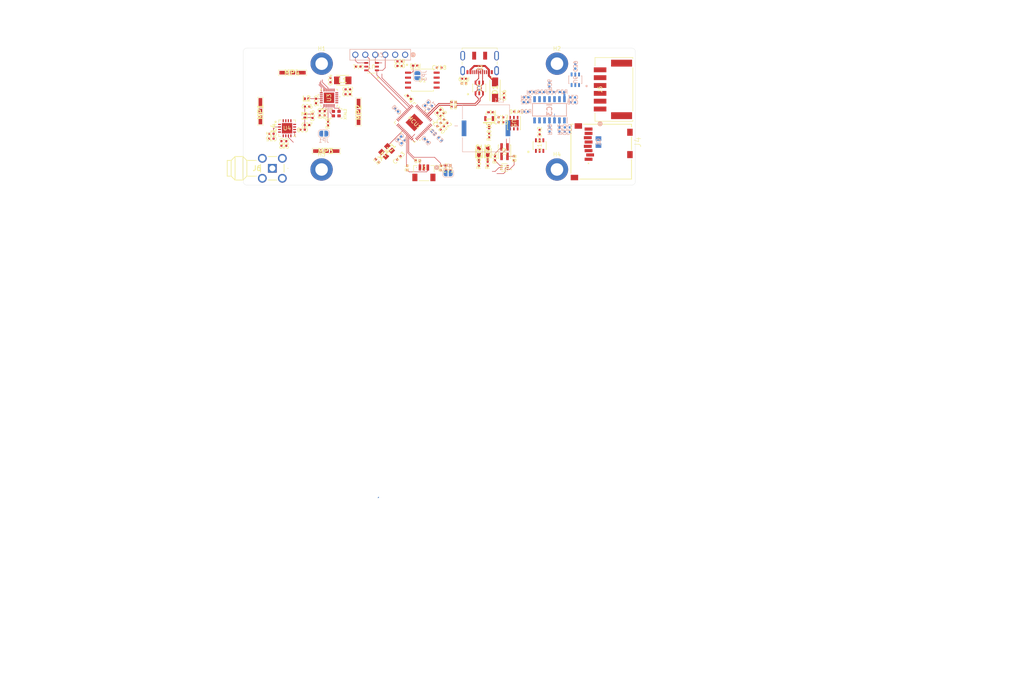
<source format=kicad_pcb>
(kicad_pcb (version 20241229) (generator "pcbnew") (generator_version "9.0")
  (layers (0 "F.Cu" signal) (4 "In1.Cu" power) (6 "In2.Cu" power) (2 "B.Cu" signal) (13 "F.Paste" user) (15 "B.Paste" user) (5 "F.SilkS" user "F.Silkscreen") (7 "B.SilkS" user "B.Silkscreen") (1 "F.Mask" user) (3 "B.Mask" user) (25 "Edge.Cuts" user))
  (net 0 "")
  (net 1 "GND")
  (net 2 "Net-(U3-DCC_FB)")
  (net 3 "Net-(U3-VR_PA)")
  (net 4 "+5V")
  (net 5 "+3.3V")
  (net 6 "Net-(U3-RFIO)")
  (net 7 "Net-(CR2-Pad1)")
  (net 8 "Net-(CR3-Pad1)")
  (net 9 "/Status1 Red")
  (net 10 "/RP2040/MCU QSPI_SS")
  (net 11 "/RP2040/MCU QSPI_SD0")
  (net 12 "/RP2040/MCU QSPI_SD3")
  (net 13 "/RP2040/MCU QSPI_SD1")
  (net 14 "/RP2040/MCU QSPI_SD2")
  (net 15 "/RP2040/MCU QSPI_SCLK")
  (net 16 "Net-(J1-Pad1)")
  (net 17 "Net-(J1-Pad3)")
  (net 18 "/OBC UART RTS")
  (net 19 "/OBC UART RX")
  (net 20 "/OBC UART CTS")
  (net 21 "/OBC UART TX")
  (net 22 "/NRF21540 SPI ~{CS}")
  (net 23 "/Status1 Green")
  (net 24 "Net-(C34-Pad1)")
  (net 25 "/RP2040/USB_DP")
  (net 27 "Net-(U3-DCC_SW)")
  (net 28 "/NRF21540 RX_EN")
  (net 29 "/NRF21540 ~{PDN}")
  (net 30 "/NRF21540 TX_EN")
  (net 31 "/SX1280 ~{RST}")
  (net 32 "/SX1280 SPI ~{CS}")
  (net 33 "VBUS")
  (net 35 "/SX1280 DIO3")
  (net 36 "Net-(IC2-E1)")
  (net 37 "/SX1280 DIO2")
  (net 38 "Net-(IC2-E2)")
  (net 39 "/NRF21540 MODE")
  (net 40 "/SX1280 DIO1")
  (net 41 "/SX1280 BUSY")
  (net 42 "/Temp_Sense")
  (net 43 "Net-(U9-A_Green)")
  (net 44 "/SD-Card SPI MISO")
  (net 45 "Net-(IC1-B)")
  (net 46 "Net-(U4-TRX)")
  (net 47 "/RADIO SPI SCK")
  (net 48 "Net-(U4-ANT1)")
  (net 50 "Net-(IC1-C)")
  (net 51 "Net-(U9-A_Red)")
  (net 53 "Net-(XTAL1-TRI-STATE(STBY))")
  (net 54 "/SX1280 XTB")
  (net 55 "/SX1280 XTA")
  (net 56 "/RS_RX")
  (net 57 "Net-(C25-Pad1)")
  (net 58 "Net-(C26-Pad1)")
  (net 59 "Net-(MCU1-RUN)")
  (net 60 "Net-(MCU1-VREG_VOUT)")
  (net 65 "Net-(J3-CC1)")
  (net 68 "Net-(J3-CC2)")
  (net 72 "Net-(MCU1-SWD)")
  (net 73 "Net-(MCU1-SWCLK)")
  (net 74 "/RP2040/~{RST}")
  (net 75 "/RADIO SPI MISO")
  (net 76 "/RP2040/~{USB_BOOT}")
  (net 77 "/SD-Card SPI MOSI")
  (net 78 "/RADIO SPI MOSI")
  (net 79 "/SD-Card SPI ~{CS}")
  (net 80 "/SD-Card SPI SCK")
  (net 81 "/RS_TX")
  (net 82 "Net-(JP1-B)")
  (net 86 "/RP2040/Crystal")
  (net 87 "/RP2040/USB_DN")
  (net 88 "/RP2040/USB_D+")
  (net 89 "/RP2040/USB_D-")
  (net 90 "Net-(IC3-DE)")
  (net 93 "Net-(IC3-SLR)")
  (net 94 "/Pyro Main Chute")
  (net 95 "/Pyro Drogue")
  (net 96 "/Buzzer")
  (net 97 "/RS-TX_DP")
  (net 98 "/RS-RX_DP")
  (net 99 "/RS-TX_DN")
  (net 100 "/RS-RX_DN")
  (footprint "Resistor-0402:RES_0402" (layer "F.Cu") (at 103.2333 54.259349 90)
    (property "Reference" "R16")
    (property "Value" "1k")
  )
  (footprint "Capacitor-0402:Capacitor_0402" (layer "F.Cu") (at 92.6 59.348501 -90)
    (property "Reference" "C32")
    (property "Value" "100n")
  )
  (footprint "5023520600:CONN06_502352_MOL" (layer "F.Cu") (at 176.146395 45.5666 90)
    (property "Reference" "J5")
    (property "Value" "5023520600")
  )
  (footprint "IP4220CZ6:SOT457_NEX" (layer "F.Cu") (at 114.341787 39.750001 180)
    (property "Reference" "U7")
    (property "Value" "IP4220CZ6")
  )
  (footprint "Resistor-0402:RES_0402" (layer "F.Cu") (at 144.726495 51.4 180)
    (property "Reference" "R17")
    (property "Value" "1k")
  )
  (footprint "Inductor-0201:Inductor_0201" (layer "F.Cu") (at 89.4 55.355 -90)
    (property "Reference" "L4")
    (property "Value" "1.9nH" (hide yes))
  )
  (footprint "Resistor-0402:RES_0402" (layer "F.Cu") (at 145.796439 63.147201 90)
    (property "Reference" "R15")
    (property "Value" "100")
  )
  (footprint "Capacitor-0402:Capacitor_0402" (layer "F.Cu") (at 110.954994 39.75 180)
    (property "Reference" "C41")
    (property "Value" "100nF")
  )
  (footprint "S0991-46R:S099146R" (layer "F.Cu") (at 102.8 61.3)
    (property "Reference" "MP3")
    (property "Value" "S0991-46R" (hide yes))
  )
  (footprint "Capacitor-0402:Capacitor_0402" (layer "F.Cu") (at 99.298999 52.280025 90)
    (property "Reference" "C26")
    (property "Value" "0.5pF")
  )
  (footprint "AS12MHz:ASE24576MHZLCT" (layer "F.Cu") (at 118.182028 61.373757 45)
    (property "Reference" "XTAL1")
    (property "Value" "ASE-12.000MHZ-LC-T" (hide yes))
  )
  (footprint "MountingHole:MountingHole_3.2mm_M3_ISO7380_Pad_TopBottom" (layer "F.Cu") (at 161.626495 66)
    (property "Reference" "H4")
    (property "Value" "MountingHole")
  )
  (footprint "Capacitor-0402:Capacitor_0402" (layer "F.Cu") (at 96.746299 55.85 180)
    (property "Reference" "C28")
    (property "Value" "1p")
  )
  (footprint "MountingHole:MountingHole_3.2mm_M3_ISO7380_Pad_TopBottom" (layer "F.Cu") (at 101.626495 39)
    (property "Reference" "H1")
    (property "Value" "MountingHole")
  )
  (footprint "Capacitor-0402:Capacitor_0402" (layer "F.Cu") (at 131.589236 39.999999)
    (property "Reference" "CV18")
    (property "Value" "100nF")
  )
  (footprint "Resistor-0402:RES_0402" (layer "F.Cu") (at 115.809542 63.761514 135)
    (property "Reference" "R7")
    (property "Value" "10k")
  )
  (footprint "Capacitor-0402:Capacitor_0402" (layer "F.Cu") (at 103.8661 43.1661 90)
    (property "Reference" "C24")
    (property "Value" "100nF")
  )
  (footprint "SWD_Con:CONN_BM03B-SRSS-TBLFSN_JST" (layer "F.Cu") (at 127.689237 66.9284)
    (property "Reference" "J1")
    (property "Value" "BM03B-SRSS-TBLFSN")
  )
  (footprint "Resistor-0402:RES_0402" (layer "F.Cu") (at 143.945639 64.552799 90)
    (property "Reference" "R11")
    (property "Value" "150")
  )
  (footprint "Resistor-0402:RES_0402" (layer "F.Cu") (at 144.326495 57.3 90)
    (property "Reference" "R18")
    (property "Value" "1k")
  )
  (footprint "Capacitor-0402:Capacitor_0402" (layer "F.Cu") (at 147.337244 52.674199)
    (property "Reference" "CV17")
    (property "Value" "1uF")
  )
  (footprint "Capacitor-0402:Capacitor_0402" (layer "F.Cu") (at 121.517737 39.6)
    (property "Reference" "C40")
    (property "Value" "4.7u")
  )
  (footprint "BJT NPN:SOT96P237X111-3N" (layer "F.Cu") (at 144.326495 54.05 -90)
    (property "Reference" "IC1")
    (property "Value" "BC846BLT1G" (hide yes))
  )
  (footprint "Capacitor-0402:Capacitor_0402" (layer "F.Cu") (at 131.541712 55.37709 -45)
    (property "Reference" "CV10")
    (property "Value" "100nF")
  )
  (footprint "Capacitor-0402:Capacitor_0402" (layer "F.Cu") (at 147.337241 53.944198)
    (property "Reference" "CV15")
    (property "Value" "4.7uF")
  )
  (footprint "Capacitor-0402:Capacitor_0402" (layer "F.Cu") (at 91.368101 59.3358 -90)
    (property "Reference" "C33")
    (property "Value" "100n")
  )
  (footprint "Capacitor-0402:Capacitor_0402" (layer "F.Cu") (at 88.792698 58.1442 180)
    (property "Reference" "C35")
    (property "Value" "0.3p")
  )
  (footprint "Capacitor-0402:Capacitor_0402" (layer "F.Cu") (at 108.2879 45.541)
    (property "Reference" "C22")
    (property "Value" "470nF")
  )
  (footprint "Resistor-0402:RES_0402" (layer "F.Cu") (at 133.889239 64.977797 180)
    (property "Reference" "R1")
    (property "Value" "1k")
  )
  (footprint "NOR Flash:SOIC_208MIL_WIN" (layer "F.Cu") (at 127.289237 43.2)
    (property "Reference" "U1")
    (property "Value" "W25Q128JVSIQ TR")
  )
  (footprint "Resistor-0402:RES_0402" (layer "F.Cu") (at 135.241135 48.806199 180)
    (property "Reference" "R2")
    (property "Value" "27")
  )
  (footprint "NX2016SA_52MHZ:OSCCC200X160X50N" (layer "F.Cu") (at 105.3299 51.74155 -90)
    (property "Reference" "XTAL2")
    (property "Value" "NX2016SA-52MHZ-EXS00A-CS07103")
  )
  (footprint "Resistor-0402:RES_0402" (layer "F.Cu") (at 131.989237 65.602799 90)
    (property "Reference" "R6")
    (property "Value" "1k")
  )
  (footprint "LED-Yellow_VLMY1300-GS08:LEDC1608X100N" (layer "F.Cu") (at 141.746439 61.4 90)
    (property "Reference" "CR2")
    (property "Value" "VLMY1300-GS08" (hide yes))
  )
  (footprint "VLMKG3400-GS08:SMT_00-GS08_VIS" (layer "F.Cu") (at 148.246438 61.4493 90)
    (property "Reference" "U9")
    (property "Value" "VLMKG3400-GS08")
  )
  (footprint "Capacitor-0402:Capacitor_0402" (layer "F.Cu") (at 88.792698 56.874201 180)
    (property "Reference" "C34")
    (property "Value" "0.9p")
  )
  (footprint "Inductor-0402:Inductor_0402" (layer "F.Cu") (at 97.777725 47.950701 180)
    (property "Reference" "L2")
    (property "Value" "3nH" (hide yes))
  )
  (footprint "LDO ST1L05A:DFN_5APU33R_STM" (layer "F.Cu") (at 150.639237 54.174199 -90)
    (property "Reference" "U5")
    (property "Value" "ST1L05APU33R")
  )
  (footprint "Resistor-0402:RES_0402" (layer "F.Cu") (at 135.246439 50 180)
    (property "Reference" "R3")
    (property "Value" "27")
  )
  (footprint "Capacitor-0402:Capacitor_0402" (layer "F.Cu") (at 97.871501 54.65)
    (property "Reference" "C27")
    (property "Value" "1.2pF")
  )
  (footprint "Capacitor-0402:Capacitor_0402" (layer "F.Cu") (at 101.13 51.6715 -90)
    (property "Reference" "C19")
    (property "Value" "10nF")
  )
  (footprint "Resistor-0402:RES_0402" (layer "F.Cu") (at 123.447337 65.6 90)
    (property "Reference" "R4")
    (property "Value" "100")
  )
  (footprint "MountingHole:MountingHole_3.2mm_M3_ISO7380_Pad_TopBottom" (layer "F.Cu") (at 161.626495 39)
    (property "Reference" "H2")
    (property "Value" "MountingHole")
  )
  (footprint "Capacitor-0402:Capacitor_0402" (layer "F.Cu") (at 132.385856 54.532946 -45)
    (property "Reference" "CV14")
    (property "Value" "100nF")
  )
  (footprint "RF FEM:QFN16_4X4_NOR" (layer "F.Cu") (at 92.8 55.474999)
    (property "Reference" "U4")
    (property "Value" "NRF21540-QDAA-R")
  )
  (footprint "USBC-DX07S016JA1:JAE_DX07S016JA1R1500" (layer "F.Cu") (at 141.907495 40.056 180)
    (property "Reference" "J3")
    (property "Value" "DX07S016JA1R1500")
    (fp_line (start 3.125 0.315) (end 2.875 0.315) (stroke (width 0.01)) (layer "Edge.Cuts"))
    (fp_line (start 2.875 -0.315) (end 3.125 -0.315) (stroke (width 0.01)) (layer "Edge.Cuts"))
    (fp_arc (start 3.44 0) (mid 3.347739 0.222739) (end 3.125 0.315) (stroke (width 0.01)) (layer "Edge.Cuts"))
    (fp_arc (start 3.125 -0.315) (mid 3.347739 -0.222739) (end 3.44 0) (stroke (width 0.01)) (layer "Edge.Cuts"))
    (fp_arc (start 2.875 0.315) (mid 2.652261 0.222739) (end 2.56 0) (stroke (width 0.01)) (layer "Edge.Cuts"))
    (fp_arc (start 2.56 0) (mid 2.652261 -0.222739) (end 2.875 -0.315) (stroke (width 0.01)) (layer "Edge.Cuts"))
  )
  (footprint "Capacitor-0402:Capacitor_0402" (layer "F.Cu") (at 133.889237 66.280796)
    (property "Reference" "CV1")
    (property "Value" "1uF")
  )
  (footprint "Side Angle SMA:SMARACONNECTOR" (layer "F.Cu") (at 89.046299 65.7)
    (property "Reference" "J6")
    (property "Value" "SMARA_CONNECTOR" (hide yes))
  )
  (footprint "Capacitor-0402:Capacitor_0402" (layer "F.Cu") (at 131.514064 51.146682 45)
    (property "Reference" "CV3")
    (property "Value" "1uF")
  )
  (footprint "Capacitor-0402:Capacitor_0402" (layer "F.Cu") (at 133.23 53.688802 -45)
    (property "Reference" "CV12")
    (property "Value" "100nF")
  )
  (footprint "Capacitor-0402:Capacitor_0402" (layer "F.Cu") (at 121.300722 63.056318 45)
    (property "Reference" "CV13")
    (property "Value" "1uF")
  )
  (footprint "2 PNP:SOT-563_1P3X1P7_ONS" (layer "F.Cu") (at 148.246439 65.5 180)
    (property "Reference" "IC2")
    (property "Value" "NSVT30010MXV6T1G")
  )
  (footprint "MountingHole:MountingHole_3.2mm_M3_ISO7380_Pad_TopBottom" (layer "F.Cu") (at 101.6 66)
    (property "Reference" "H3")
    (property "Value" "MountingHole")
  )
  (footprint "Capacitor-0402:Capacitor_0402" (layer "F.Cu") (at 121.517737 38.4)
    (property "Reference" "C29")
    (property "Value" "4.7u")
  )
  (footprint "S0991-46R:S099146R" (layer "F.Cu") (at 94.2 41.3)
    (property "Reference" "MP4")
    (property "Value" "S0991-46R" (hide yes))
  )
  (footprint "Capacitor-0402:Capacitor_0402" (layer "F.Cu") (at 97.914698 49.945)
    (property "Reference" "C25")
    (property "Value" "1.2pF")
  )
  (footprint "S0991-46R:S099146R" (layer "F.Cu") (at 111.0259 51.3 90)
    (property "Reference" "MP2")
    (property "Value" "S0991-46R" (hide yes))
  )
  (footprint "Inductor-0805:Inductor_0805" (layer "F.Cu") (at 106.9925 43.255 180)
    (property "Reference" "L1")
    (property "Value" "15uH" (hide yes))
  )
  (footprint "IP4220CZ6:SOT457_NEX" (layer "F.Cu") (at 157.2 59.9 90)
    (property "Reference" "U10")
    (property "Value" "IP4220CZ6")
  )
  (footprint "Capacitor-0402:Capacitor_0402" (layer "F.Cu") (at 108.2774 46.7856)
    (property "Reference" "C21")
    (property "Value" "100nF")
  )
  (footprint "Capacitor-0402:Capacitor_0402" (layer "F.Cu") (at 148.128301 47.084499 90)
    (property "Reference" "C36")
    (property "Value" "100n")
  )
  (footprint "Capacitor-0402:Capacitor_0402" (layer "F.Cu") (at 157.200001 56.471499 90)
    (property "Reference" "C42")
    (property "Value" "100nF")
  )
  (footprint "S0991-46R:S099146R" (layer "F.Cu") (at 86 51.125 90)
    (property "Reference" "MP1")
    (property "Value" "S0991-46R" (hide yes))
  )
  (footprint "SD-CARD_MEM2061-01-188-00-A:GCT_MEM2061-01-188-00-A_REVA" (layer "F.Cu") (at 172.901495 61.45 -90)
    (property "Reference" "J4")
    (property "Value" "MEM2061-01-188-00-A_REVA")
  )
  (footprint "Capacitor-0402:Capacitor_0402" (layer "F.Cu") (at 102.4 51.6715 -90)
    (property "Reference" "C20")
    (property "Value" "10nF")
  )
  (footprint "Resistor-0402:RES_0402" (layer "F.Cu") (at 137.923696 44.05)
    (property "Reference" "R9")
    (property "Value" "5k1")
  )
  (footprint "Resistor-0402:RES_0402" (layer "F.Cu") (at 125.489235 39.5 180)
    (property "Reference" "R13")
    (property "Value" "1k")
  )
  (footprint "Resistor-0402:RES_0402" (layer "F.Cu") (at 150.696439 63.147201 -90)
    (property "Reference" "R8")
    (property "Value" "100")
  )
  (footprint "RP2040:QFN56_7X7_RPI" (layer "F.Cu") (at 125.257866 54 -45)
    (property "Reference" "MCU1")
    (property "Value" "RP2040")
  )
  (footprint "Capacitor-0402:Capacitor_0402" (layer "F.Cu") (at 123.989237 47.6 135)
    (property "Reference" "CV7")
    (property "Value" "100nF")
  )
  (footprint "Resistor-0402:RES_0402" (layer "F.Cu") (at 141.696439 64.552799 90)
    (property "Reference" "R10")
    (property "Value" "65")
  )
  (footprint "LED-Yellow_VLMY1300-GS08:LEDC1608X100N" (layer "F.Cu") (at 143.996439 61.4 90)
    (property "Reference" "CR3")
    (property "Value" "VLMY1300-GS08" (hide yes))
  )
  (footprint "Resistor-0402:RES_0402" (layer "F.Cu") (at 137.923696 42.85 180)
    (property "Reference" "R19")
    (property "Value" "5k1")
  )
  (footprint "Capacitor-0402:Capacitor_0402" (layer "F.Cu") (at 132.358208 51.990826 45)
    (property "Reference" "CV6")
    (property "Value" "1uF")
  )
  (footprint "SX1280:QFN24_4X4_SEM" (layer "F.Cu") (at 103.5 47.7 90)
    (property "Reference" "U3")
    (property "Value" "SX1280IMLTRT")
  )
  (footprint "Resistor-0402:RES_0402" (layer "F.Cu") (at 126.097036 63.732399 180)
    (property "Reference" "R5")
    (property "Value" "100")
  )
  (footprint "IP4220CZ6:SOT457_NEX" (layer "F.Cu") (at 141.807495 45.181 90)
    (property "Reference" "U2")
    (property "Value" "IP4220CZ6")
  )
  (footprint "Capacitor-0402:Capacitor_0402" (layer "F.Cu") (at 151.317736 51.226399 180)
    (property "Reference" "CV16")
    (property "Value" "4.7uF")
  )
  (footprint "Capacitor-0402:Capacitor_0402" (layer "F.Cu") (at 100.1853 48.5088 -90)
    (property "Reference" "C23")
    (property "Value" "0.8pF")
  )
  (footprint "Inductor-0402:Inductor_0402" (layer "F.Cu") (at 97.3185 52.3 -90)
    (property "Reference" "L3")
    (property "Value" "2.5nH" (hide yes))
  )
  (footprint "Diode-Schottky_RSX301L:DIOM5026X220N" (layer "F.Cu") (at 145.828301 45.656001 90)
    (property "Reference" "D1")
    (property "Value" "RSX301L-30DDTE25" (hide yes))
  )
  (footprint "Resistor-0402:RES_0402" (layer "B.Cu") (at 157.774403 46.23 180)
    (property "Reference" "R25")
    (property "Value" "120")
  )
  (footprint "Capacitor-0805:Capacitor_0805" (layer "B.Cu") (at 172.2 59 90)
    (property "Reference" "C1")
    (property "Value" "10u")
  )
  (footprint "Resistor-0402:RES_0402" (layer "B.Cu") (at 162.9672 46.217999 180)
    (property "Reference" "R27")
    (property "Value" "523")
  )
  (footprint "Resistor-0402:RES_0402" (layer "B.Cu") (at 153.747201 47.58)
    (property "Reference" "R23")
    (property "Value" "10k")
  )
  (footprint "Capacitor-0402:Capacitor_0402" (layer "B.Cu") (at 131.822426 58.220102 -45)
    (property "Reference" "C2")
    (property "Value" "100nF")
  )
  (footprint "THVD2412VDR:SOIC127P600X175-14N" (layer "B.Cu") (at 159.717201 50.768 90)
    (property "Reference" "IC3")
    (property "Value" "THVD2412VDR" (hide yes))
  )
  (footprint "Resistor-0402:RES_0402" (layer "B.Cu") (at 159.7 44.347201 90)
    (property "Reference" "R26")
    (property "Value" "523")
  )
  (footprint "Capacitor-0402:Capacitor_0402" (layer "B.Cu") (at 129.3 50.2 45)
    (property "Reference" "CV11")
    (property "Value" "100nF")
  )
  (footprint "Capacitor-0402:Capacitor_0402" (layer "B.Cu") (at 121.5 58 -135)
    (property "Reference" "CV9")
    (property "Value" "100nF")
  )
  (footprint "Capacitor-0402:Capacitor_0402" (layer "B.Cu") (at 165.647198 47.604496 180)
    (property "Reference" "C31")
    (property "Value" "100nF")
  )
  (footprint "Resistor-0402:RES_0402" (layer "B.Cu") (at 162.277202 55.832795 90)
    (property "Reference" "R21")
    (property "Value" "10k")
  )
  (footprint "Jumper:SolderJumper-2_P1.3mm_Open_RoundedPad1.0x1.5mm" (layer "B.Cu") (at 133.86774 66.980796 180)
    (property "Reference" "JP2")
    (property "Value" "Jumper_2_Bridged")
  )
  (footprint "CONN Male Header:CONN_SD-42375-001_M320_06_MOL" (layer "B.Cu") (at 122.905837 36.7174)
    (property "Reference" "J2")
    (property "Value" "22285061")
  )
  (footprint "Capacitor-0402:Capacitor_0402" (layer "B.Cu") (at 166.300003 39.681051 90)
    (property "Reference" "C39")
    (property "Value" "100nF")
  )
  (footprint "Capacitor-0402:Capacitor_0402" (layer "B.Cu") (at 128.304112 58.604112 -45)
    (property "Reference" "CV5")
    (property "Value" "100nF")
  )
  (footprint "Resistor-0402:RES_0402" (layer "B.Cu") (at 153.747201 48.810001 180)
    (property "Reference" "R22")
    (property "Value" "10k")
  )
  (footprint "IP4220CZ6:SOT457_NEX" (layer "B.Cu") (at 166.3 43.1 90)
    (property "Reference" "U6")
    (property "Value" "IP4220CZ6")
  )
  (footprint "Jumper:SolderJumper-2_P1.3mm_Open_RoundedPad1.0x1.5mm" (layer "B.Cu") (at 126.039237 42.050001 90)
    (property "Reference" "JP3")
    (property "Value" "Jumper_2_Bridged")
  )
  (footprint "Resistor-0402:RES_0402" (layer "B.Cu") (at 159.747202 55.832795 90)
    (property "Reference" "R30")
    (property "Value" "10k")
  )
  (footprint "Resistor-0402:RES_0402" (layer "B.Cu") (at 153.747201 51.23 180)
    (property "Reference" "R29")
    (property "Value" "523")
  )
  (footprint "Capacitor-0402:Capacitor_0402" (layer "B.Cu") (at 128.395889 49.304112 -135)
    (property "Reference" "CV2")
    (property "Value" "100nF")
  )
  (footprint "Resistor-0402:RES_0402" (layer "B.Cu") (at 160.327202 46.230001)
    (property "Reference" "R24")
    (property "Value" "120")
  )
  (footprint "PKLCS1212E20A0-R1:PKLCS1212E20A0-R1" (layer "B.Cu") (at 143.526495 55.5 180)
    (property "Reference" "LS1")
    (property "Value" "PKLCS1212E20A0-R1")
  )
  (footprint "Capacitor-0402:Capacitor_0402" (layer "B.Cu") (at 163.617201 55.832795 -90)
    (property "Reference" "C30")
    (property "Value" "100nF")
  )
  (footprint "Capacitor-0402:Capacitor_0402" (layer "B.Cu") (at 165.647202 48.880001 180)
    (property "Reference" "C38")
    (property "Value" "100nF")
  )
  (footprint "Capacitor-0402:Capacitor_0402" (layer "B.Cu") (at 164.9 55.832795 -90)
    (property "Reference" "C37")
    (property "Value" "100nF")
  )
  (footprint "Resistor-0402:RES_0402" (layer "B.Cu") (at 155.247202 46.23)
    (property "Reference" "R28")
    (property "Value" "523")
  )
  (footprint "Capacitor-0402:Capacitor_0402" (layer "B.Cu") (at 122.4 58.9 45)
    (property "Reference" "CV4")
    (property "Value" "100nF")
  )
  (footprint "Capacitor-0402:Capacitor_0402" (layer "B.Cu") (at 120.695888 50.795888 135)
    (property "Reference" "CV8")
    (property "Value" "100nF")
  )
  (footprint "STLM20DD9F:UDFN-4L_STM" (layer "B.Cu") (at 130.152664 56.547796 -45)
    (property "Reference" "U8")
    (property "Value" "STLM20DD9F")
  )
  (footprint "Jumper:SolderJumper-2_P1.3mm_Open_RoundedPad1.0x1.5mm" (layer "B.Cu") (at 102.1642 56.846351)
    (property "Reference" "JP1")
    (property "Value" "Jumper_2_Bridged")
  )
  (gr_line (start 82.626495 70) (end 180.626495 70) (stroke (width 0.05)) (layer "Edge.Cuts"))
  (gr_arc (start 180.626495 35) (mid 181.333605 35.292891) (end 181.626495 36) (stroke (width 0.05)) (layer "Edge.Cuts"))
  (gr_line (start 81.626495 69) (end 81.626495 36) (stroke (width 0.05)) (layer "Edge.Cuts"))
  (gr_line (start 180.626495 35) (end 82.626495 35) (stroke (width 0.05)) (layer "Edge.Cuts"))
  (gr_line (start 181.626495 69) (end 181.626495 36) (stroke (width 0.05)) (layer "Edge.Cuts"))
  (gr_arc (start 81.626495 36) (mid 81.919388 35.292891) (end 82.626495 35) (stroke (width 0.05)) (layer "Edge.Cuts"))
  (gr_arc (start 181.626495 69) (mid 181.333601 69.707105) (end 180.626495 70) (stroke (width 0.05)) (layer "Edge.Cuts"))
  (gr_arc (start 82.626495 70) (mid 81.919391 69.707105) (end 81.626495 69) (stroke (width 0.05)) (layer "Edge.Cuts"))
  (segment (start 116.158001 149.6297) (end 116.031001 149.7567) (width 0.2) (layer "B.Cu") (net 0))
  (segment (start 141.807495 46.53355) (end 141.807495 45.7) (width 0.12) (layer "F.Cu") (net 1))
  (segment (start 104.6049 51.16655) (end 104.250001 50.811651) (width 0.12) (layer "F.Cu") (net 1))
  (segment (start 141.807495 45.7) (end 141.807495 45.59025) (width 0.12) (layer "F.Cu") (net 1))
  (segment (start 104.250001 50.811651) (end 104.250001 49.6685) (width 0.12) (layer "F.Cu") (net 1))
  (via (at 141.807495 45.7) (size 0.5) (drill 0.2) (layers "F.Cu" "B.Cu") (net 1))
  (segment (start 160.987202 53.479997) (end 160.987205 51.789999) (width 0.12) (layer "B.Cu") (net 1))
  (segment (start 102.749999 49.6685) (end 102.749999 50.750001) (width 0.12) (layer "F.Cu") (net 2))
  (segment (start 102.749999 50.750001) (end 102.4 51.1) (width 0.12) (layer "F.Cu") (net 2))
  (segment (start 102.25 49.6685) (end 102.25 49.98) (width 0.12) (layer "F.Cu") (net 3))
  (segment (start 102.174 49.6685) (end 102.25 49.6685) (width 0.12) (layer "F.Cu") (net 3))
  (segment (start 102.25 49.98) (end 101.13 51.1) (width 0.12) (layer "F.Cu") (net 3))
  (segment (start 148.996439 60.533498) (end 148.996439 60.2428) (width 0.12) (layer "F.Cu") (net 4))
  (segment (start 148.746439 60.2428) (end 148.746439 58.198499) (width 0.12) (layer "F.Cu") (net 4))
  (segment (start 147.496437 62.6558) (end 147.496437 62.0335) (width 0.12) (layer "F.Cu") (net 4))
  (segment (start 147.496437 62.0335) (end 148.996439 60.533498) (width 0.12) (layer "F.Cu") (net 4))
  (segment (start 163.519998 48.0488) (end 163.527199 48.056) (width 0.5) (layer "B.Cu") (net 4))
  (segment (start 163.52 46.218) (end 163.519998 48.0488) (width 0.5) (layer "B.Cu") (net 4))
  (segment (start 92.782999 58.594001) (end 92.600003 58.776996) (width 0.12) (layer "F.Cu") (net 5))
  (segment (start 127.829967 51.707064) (end 127.829967 51.710741) (width 0.12) (layer "F.Cu") (net 5))
  (segment (start 100.1853 47.9373) (end 98.241126 47.9373) (width 0.12) (layer "F.Cu") (net 6))
  (segment (start 98.241126 47.9373) (end 98.227725 47.950701) (width 0.12) (layer "F.Cu") (net 6))
  (segment (start 100.198 47.95) (end 100.1853 47.9373) (width 0.12) (layer "F.Cu") (net 6))
  (segment (start 101.5315 47.95) (end 100.198 47.95) (width 0.12) (layer "F.Cu") (net 6))
  (segment (start 141.696439 62.2) (end 141.746439 62.15) (width 0.5) (layer "F.Cu") (net 7))
  (segment (start 141.696439 64) (end 141.696439 62.2) (width 0.5) (layer "F.Cu") (net 7))
  (segment (start 143.945639 62.2008) (end 143.996439 62.15) (width 0.5) (layer "F.Cu") (net 8))
  (segment (start 143.945639 64) (end 143.945639 62.2008) (width 0.5) (layer "F.Cu") (net 8))
  (segment (start 145.846439 66.5) (end 145.096439 66.5) (width 0.12) (layer "F.Cu") (net 9))
  (segment (start 147.408239 65.5) (end 146.846439 65.5) (width 0.12) (layer "F.Cu") (net 9))
  (segment (start 146.596439 65.75) (end 145.846439 66.5) (width 0.12) (layer "F.Cu") (net 9))
  (segment (start 146.846439 65.5) (end 146.596439 65.75) (width 0.12) (layer "F.Cu") (net 9))
  (segment (start 124.594238 41.295) (end 124.936437 40.952799) (width 0.12) (layer "F.Cu") (net 10))
  (segment (start 124.936437 40.952799) (end 124.936436 39.5) (width 0.12) (layer "F.Cu") (net 10))
  (segment (start 123.644337 41.295) (end 124.594238 41.295) (width 0.12) (layer "F.Cu") (net 10))
  (segment (start 128.389237 66.6) (end 123.894538 66.6) (width 0.12) (layer "F.Cu") (net 16))
  (segment (start 128.689238 65.5) (end 128.689238 66.299999) (width 0.12) (layer "F.Cu") (net 16))
  (segment (start 123.894538 66.6) (end 123.447337 66.152799) (width 0.12) (layer "F.Cu") (net 16))
  (segment (start 128.689238 66.299999) (end 128.389237 66.6) (width 0.12) (layer "F.Cu") (net 16))
  (segment (start 126.649835 63.732399) (end 126.649835 65.460599) (width 0.12) (layer "F.Cu") (net 17))
  (segment (start 125.791736 65.460599) (end 125.831137 65.5) (width 0.12) (layer "F.Cu") (net 17))
  (segment (start 110.205837 36.7174) (end 110.205837 38.2166) (width 0.12) (layer "F.Cu") (net 18))
  (segment (start 110.789236 38.799999) (end 112.786687 38.799999) (width 0.12) (layer "F.Cu") (net 18))
  (segment (start 110.205837 38.2166) (end 110.789236 38.799999) (width 0.12) (layer "F.Cu") (net 18))
  (segment (start 124.382821 50.013686) (end 116.989237 42.620102) (width 0.12) (layer "F.Cu") (net 19))
  (segment (start 116.989237 42.620102) (end 116.989237 41.6) (width 0.12) (layer "F.Cu") (net 19))
  (segment (start 115.694337 38.8) (end 116.989237 38.8) (width 0.12) (layer "F.Cu") (net 19))
  (segment (start 115.285837 36.7174) (end 115.285837 38.594049) (width 0.12) (layer "F.Cu") (net 19))
  (segment (start 123.534293 50.862214) (end 113.372081 40.700002) (width 0.12) (layer "F.Cu") (net 20))
  (segment (start 113.372081 40.700002) (end 112.989237 40.700002) (width 0.12) (layer "F.Cu") (net 20))
  (segment (start 113.789237 40.237258) (end 113.326494 40.700001) (width 0.12) (layer "F.Cu") (net 20))
  (segment (start 112.745837 36.7174) (end 113.789237 37.7608) (width 0.12) (layer "F.Cu") (net 20))
  (segment (start 113.326494 40.700001) (end 112.786687 40.700001) (width 0.12) (layer "F.Cu") (net 20))
  (segment (start 113.789237 37.7608) (end 113.789237 40.237258) (width 0.12) (layer "F.Cu") (net 20))
  (segment (start 117.189235 40.700002) (end 115.694337 40.700002) (width 0.12) (layer "F.Cu") (net 21))
  (segment (start 117.825837 36.7174) (end 117.825837 40.0634) (width 0.12) (layer "F.Cu") (net 21))
  (segment (start 124.099979 50.296528) (end 115.694337 41.890886) (width 0.12) (layer "F.Cu") (net 21))
  (segment (start 115.694337 41.890886) (end 115.694337 40.700002) (width 0.12) (layer "F.Cu") (net 21))
  (segment (start 117.825837 40.0634) (end 117.189235 40.700002) (width 0.12) (layer "F.Cu") (net 21))
  (segment (start 147.996439 67.05) (end 146.296439 67.05) (width 0.12) (layer "F.Cu") (net 23))
  (segment (start 148.446439 66.6) (end 148.246439 66.8) (width 0.12) (layer "F.Cu") (net 23))
  (segment (start 148.446439 65.65) (end 148.446439 66.6) (width 0.12) (layer "F.Cu") (net 23))
  (segment (start 148.246439 66.8) (end 147.996439 67.05) (width 0.12) (layer "F.Cu") (net 23))
  (segment (start 148.596439 65.5) (end 148.446439 65.65) (width 0.12) (layer "F.Cu") (net 23))
  (segment (start 149.084639 65.5) (end 148.596439 65.5) (width 0.12) (layer "F.Cu") (net 23))
  (segment (start 89.4 55.574999) (end 89.4 58.108399) (width 0.12) (layer "F.Cu") (net 24))
  (segment (start 89.4 58.108399) (end 89.364199 58.1442) (width 0.12) (layer "F.Cu") (net 24))
  (segment (start 140.857494 44.130999) (end 141.326495 44.6) (width 0.2) (layer "F.Cu") (net 25))
  (segment (start 140.857494 47.131648) (end 140.857494 46.53355) (width 0.2) (layer "F.Cu") (net 25))
  (segment (start 136.168486 49.180751) (end 140.727546 49.180751) (width 0.2) (layer "F.Cu") (net 25))
  (segment (start 141.657495 42.755399) (end 141.657495 41.156) (width 0.2) (layer "F.Cu") (net 25))
  (segment (start 141.326495 45.8) (end 140.857494 46.269001) (width 0.2) (layer "F.Cu") (net 25))
  (segment (start 140.857494 43.82845) (end 140.857494 44.130999) (width 0.2) (layer "F.Cu") (net 25))
  (segment (start 140.857494 43.82845) (end 140.857494 43.5554) (width 0.2) (layer "F.Cu") (net 25))
  (segment (start 141.657495 41.156) (end 142.157495 41.156) (width 0.2) (layer "F.Cu") (net 25))
  (segment (start 141.326495 44.6) (end 141.326495 45.8) (width 0.2) (layer "F.Cu") (net 25))
  (segment (start 141.572883 48.335414) (end 141.572883 47.847037) (width 0.2) (layer "F.Cu") (net 25))
  (segment (start 140.727546 49.180751) (end 141.572883 48.335414) (width 0.2) (layer "F.Cu") (net 25))
  (segment (start 140.857494 46.269001) (end 140.857494 46.53355) (width 0.2) (layer "F.Cu") (net 25))
  (segment (start 135.793934 48.806199) (end 136.168486 49.180751) (width 0.2) (layer "F.Cu") (net 25))
  (segment (start 140.857494 43.5554) (end 141.657495 42.755399) (width 0.2) (layer "F.Cu") (net 25))
  (segment (start 141.572883 47.847037) (end 140.857494 47.131648) (width 0.2) (layer "F.Cu") (net 25))
  (segment (start 93.125001 57.8) (end 94.4 59.074999) (width 0.12) (layer "F.Cu") (net 28))
  (segment (start 93.125001 57.392699) (end 93.125001 57.8) (width 0.12) (layer "F.Cu") (net 28))
  (segment (start 94.717698 57.392698) (end 95.022496 57.6975) (width 0.12) (layer "F.Cu") (net 30))
  (segment (start 94.717697 56.450001) (end 94.717698 57.392698) (width 0.12) (layer "F.Cu") (net 30))
  (segment (start 103.25 49.6685) (end 103.25 53.68985) (width 0.12) (layer "F.Cu") (net 31))
  (segment (start 103.25 53.68985) (end 103.2333 53.70655) (width 0.12) (layer "F.Cu") (net 31))
  (segment (start 101.5315 46.45) (end 101.5315 44.99435) (width 0.12) (layer "F.Cu") (net 32))
  (segment (start 101.5315 44.99435) (end 100.8965 44.35935) (width 0.12) (layer "F.Cu") (net 32))
  (segment (start 139.557495 40.559998) (end 140.532493 39.585) (width 0.5) (layer "F.Cu") (net 33))
  (segment (start 144.257495 40.559998) (end 144.257495 41.156) (width 0.5) (layer "F.Cu") (net 33))
  (segment (start 140.532493 39.585) (end 143.282497 39.585) (width 0.5) (layer "F.Cu") (net 33))
  (segment (start 143.282497 39.585) (end 144.257495 40.559998) (width 0.5) (layer "F.Cu") (net 33))
  (segment (start 139.557495 41.156) (end 139.557495 40.559998) (width 0.5) (layer "F.Cu") (net 33))
  (segment (start 141.798245 44.7) (end 141.798245 44.781) (width 0.12) (layer "F.Cu") (net 33))
  (segment (start 144.257495 41.156) (end 144.257495 42.085195) (width 0.5) (layer "F.Cu") (net 33))
  (segment (start 141.798245 43.8377) (end 141.798245 44.7) (width 0.12) (layer "F.Cu") (net 33))
  (segment (start 144.257495 42.085195) (end 145.828301 43.656001) (width 0.5) (layer "F.Cu") (net 33))
  (via (at 141.798245 44.7) (size 0.5) (drill 0.2) (layers "F.Cu" "B.Cu") (net 33))
  (segment (start 147.088439 64.992) (end 145.796439 63.7) (width 0.12) (layer "F.Cu") (net 36))
  (segment (start 147.408239 64.992) (end 147.088439 64.992) (width 0.12) (layer "F.Cu") (net 36))
  (segment (start 150.696439 64.821) (end 149.509439 66.008) (width 0.12) (layer "F.Cu") (net 38))
  (segment (start 149.509439 66.008) (end 149.084639 66.008) (width 0.12) (layer "F.Cu") (net 38))
  (segment (start 150.696439 63.7) (end 150.696439 64.821) (width 0.12) (layer "F.Cu") (net 38))
  (segment (start 150.635041 62.6558) (end 150.696439 62.594402) (width 0.12) (layer "F.Cu") (net 43))
  (segment (start 148.996439 62.6558) (end 150.635041 62.6558) (width 0.12) (layer "F.Cu") (net 43))
  (segment (start 124.382821 57.986314) (end 125.369135 57) (width 0.12) (layer "F.Cu") (net 44))
  (segment (start 124.382821 57.986314) (end 124.124325 58.24481) (width 0.12) (layer "F.Cu") (net 44))
  (segment (start 94.7677 55.85) (end 94.7177 55.8) (width 0.12) (layer "F.Cu") (net 46))
  (segment (start 102.25 45.33185) (end 101.1505 44.23235) (width 0.12) (layer "F.Cu") (net 47))
  (segment (start 102.25 45.7315) (end 102.25 45.33185) (width 0.12) (layer "F.Cu") (net 47))
  (segment (start 101.1505 44.23235) (end 101.1505 43.72435) (width 0.12) (layer "F.Cu") (net 47))
  (segment (start 89.414997 55.149998) (end 89.4 55.135001) (width 0.12) (layer "F.Cu") (net 48))
  (segment (start 90.8823 55.149998) (end 89.414997 55.149998) (width 0.12) (layer "F.Cu") (net 48))
  (segment (start 145.796439 61.942798) (end 147.496437 60.2428) (width 0.12) (layer "F.Cu") (net 51))
  (segment (start 145.796439 62.594402) (end 145.796439 61.942798) (width 0.12) (layer "F.Cu") (net 51))
  (segment (start 105.8749 50.35375) (end 106.0549 50.53375) (width 0.12) (layer "F.Cu") (net 54))
  (segment (start 104.8589 50.35375) (end 105.8749 50.35375) (width 0.12) (layer "F.Cu") (net 54))
  (segment (start 106.0549 50.53375) (end 106.0549 51.16655) (width 0.12) (layer "F.Cu") (net 54))
  (segment (start 104.75 50.24485) (end 104.8589 50.35375) (width 0.12) (layer "F.Cu") (net 54))
  (segment (start 104.75 49.6685) (end 104.75 50.24485) (width 0.12) (layer "F.Cu") (net 54))
  (segment (start 103.75 49.6685) (end 103.75 51.46165) (width 0.12) (layer "F.Cu") (net 55))
  (segment (start 103.75 51.46165) (end 104.6049 52.31655) (width 0.12) (layer "F.Cu") (net 55))
  (segment (start 162.257202 53.479999) (end 162.257202 55.259999) (width 0.12) (layer "B.Cu") (net 56))
  (segment (start 162.257202 55.259999) (end 162.277201 55.279998) (width 0.12) (layer "B.Cu") (net 56))
  (segment (start 99.132124 51.85) (end 99.298999 51.683125) (width 0.12) (layer "F.Cu") (net 57))
  (segment (start 97.318499 49.969699) (end 97.343199 49.945) (width 0.12) (layer "F.Cu") (net 57))
  (segment (start 97.3185 51.85) (end 97.318499 49.969699) (width 0.12) (layer "F.Cu") (net 57))
  (segment (start 97.3185 51.85) (end 99.132124 51.85) (width 0.12) (layer "F.Cu") (net 57))
  (segment (start 97.298412 49.900215) (end 97.343197 49.945) (width 0.12) (layer "F.Cu") (net 57))
  (segment (start 97.3185 52.75) (end 99.222874 52.75) (width 0.12) (layer "F.Cu") (net 58))
  (segment (start 97.3178 55.825612) (end 97.342188 55.85) (width 0.12) (layer "F.Cu") (net 58))
  (segment (start 99.222874 52.75) (end 99.298999 52.826125) (width 0.12) (layer "F.Cu") (net 58))
  (segment (start 97.3178 54.644) (end 97.3178 55.85) (width 0.12) (layer "F.Cu") (net 58))
  (segment (start 97.3185 52.75) (end 97.3185 54.5805) (width 0.12) (layer "F.Cu") (net 58))
  (segment (start 123.841482 57.961969) (end 123.841482 61.552245) (width 0.12) (layer "F.Cu") (net 59))
  (segment (start 133.317739 66.280796) (end 133.317738 64.9965) (width 0.12) (layer "F.Cu") (net 59))
  (segment (start 133.336442 64.977799) (end 132.087137 64.977799) (width 0.12) (layer "F.Cu") (net 59))
  (segment (start 131.989237 64.458002) (end 131.989237 65.05) (width 0.12) (layer "F.Cu") (net 59))
  (segment (start 125.189237 62.9) (end 130.431235 62.9) (width 0.12) (layer "F.Cu") (net 59))
  (segment (start 133.317738 64.9965) (end 133.336442 64.977799) (width 0.12) (layer "F.Cu") (net 59))
  (segment (start 130.431235 62.9) (end 131.989237 64.458002) (width 0.12) (layer "F.Cu") (net 59))
  (segment (start 124.099979 57.703472) (end 123.841482 57.961969) (width 0.12) (layer "F.Cu") (net 59))
  (segment (start 132.087137 64.977799) (end 131.971938 65.092998) (width 0.12) (layer "F.Cu") (net 59))
  (segment (start 123.841482 61.552245) (end 125.189237 62.9) (width 0.12) (layer "F.Cu") (net 59))
  (segment (start 123.55864 57.679125) (end 123.55864 61.746802) (width 0.12) (layer "F.Cu") (net 72))
  (segment (start 123.817136 57.420629) (end 123.55864 57.679125) (width 0.12) (layer "F.Cu") (net 72))
  (segment (start 123.55864 61.746802) (end 125.544237 63.732399) (width 0.12) (layer "F.Cu") (net 72))
  (segment (start 123.248237 57.423842) (end 123.248237 64.848101) (width 0.12) (layer "F.Cu") (net 73))
  (segment (start 123.248237 64.848101) (end 123.447337 65.047201) (width 0.12) (layer "F.Cu") (net 73))
  (segment (start 123.534293 57.137786) (end 123.248237 57.423842) (width 0.12) (layer "F.Cu") (net 73))
  (segment (start 102.0395 43.97835) (end 101.7855 43.72435) (width 0.12) (layer "F.Cu") (net 75))
  (segment (start 103.25 45.7315) (end 103.25 45.18885) (width 0.12) (layer "F.Cu") (net 75))
  (segment (start 101.7855 43.72435) (end 101.7855 43.08935) (width 0.12) (layer "F.Cu") (net 75))
  (segment (start 103.25 45.18885) (end 102.0395 43.97835) (width 0.12) (layer "F.Cu") (net 75))
  (segment (start 101.4045 44.10535) (end 101.4045 43.34335) (width 0.12) (layer "F.Cu") (net 78))
  (segment (start 102.749999 45.7315) (end 102.749999 45.450849) (width 0.12) (layer "F.Cu") (net 78))
  (segment (start 101.5315 44.23235) (end 101.4045 44.10535) (width 0.12) (layer "F.Cu") (net 78))
  (segment (start 102.749999 45.450849) (end 101.5315 44.23235) (width 0.12) (layer "F.Cu") (net 78))
  (segment (start 124.665664 58.269157) (end 125.389237 58.99273) (width 0.12) (layer "F.Cu") (net 79))
  (segment (start 125.389237 58.99273) (end 125.389237 59) (width 0.12) (layer "F.Cu") (net 79))
  (segment (start 125.826097 58.245186) (end 125.831681 58.245186) (width 0.12) (layer "F.Cu") (net 80))
  (segment (start 122.406614 55.982445) (end 118.341127 60.047932) (width 0.125) (layer "F.Cu") (net 86))
  (segment (start 122.426894 55.982445) (end 122.406614 55.982445) (width 0.125) (layer "F.Cu") (net 86))
  (segment (start 141.157495 41.156) (end 141.157495 40.569) (width 0.25) (layer "F.Cu") (net 87))
  (segment (start 142.326495 44.6) (end 142.326495 45.8) (width 0.2) (layer "F.Cu") (net 87))
  (segment (start 136.168486 49.630752) (end 140.913941 49.630752) (width 0.2) (layer "F.Cu") (net 87))
  (segment (start 135.799238 50) (end 136.168486 49.630752) (width 0.2) (layer "F.Cu") (net 87))
  (segment (start 142.326495 45.8) (end 142.757496 46.231001) (width 0.2) (layer "F.Cu") (net 87))
  (segment (start 141.157495 40.569) (end 141.326495 40.4) (width 0.25) (layer "F.Cu") (net 87))
  (segment (start 142.757496 47.112424) (end 142.757496 46.53355) (width 0.2) (layer "F.Cu") (net 87))
  (segment (start 142.022883 47.847037) (end 142.757496 47.112424) (width 0.2) (layer "F.Cu") (net 87))
  (segment (start 142.022883 48.52181) (end 142.022883 47.847037) (width 0.2) (layer "F.Cu") (net 87))
  (segment (start 142.326495 44.6) (end 142.657495 44.269) (width 0.2) (layer "F.Cu") (net 87))
  (segment (start 140.913941 49.630752) (end 142.022883 48.52181) (width 0.2) (layer "F.Cu") (net 87))
  (segment (start 142.757496 46.231001) (end 142.757496 46.53355) (width 0.2) (layer "F.Cu") (net 87))
  (segment (start 142.657495 44.269) (end 142.657495 41.156) (width 0.2) (layer "F.Cu") (net 87))
  (segment (start 141.326495 40.4) (end 142.526495 40.4) (width 0.25) (layer "F.Cu") (net 87))
  (segment (start 142.526495 40.4) (end 142.657495 40.531) (width 0.25) (layer "F.Cu") (net 87))
  (segment (start 142.657495 40.531) (end 142.657495 41.156) (width 0.25) (layer "F.Cu") (net 87))
  (segment (start 128.395652 52.276427) (end 128.395652 52.241071) (width 0.2) (layer "F.Cu") (net 88))
  (segment (start 128.395652 52.241071) (end 131.461276 49.175447) (width 0.2) (layer "F.Cu") (net 88))
  (segment (start 134.319088 49.175447) (end 134.688336 48.806199) (width 0.2) (layer "F.Cu") (net 88))
  (segment (start 131.461276 49.175447) (end 134.319088 49.175447) (width 0.2) (layer "F.Cu") (net 88))
  (segment (start 128.678495 52.55927) (end 128.713851 52.55927) (width 0.2) (layer "F.Cu") (net 89))
  (segment (start 128.713851 52.55927) (end 131.647673 49.625448) (width 0.2) (layer "F.Cu") (net 89))
  (segment (start 131.647673 49.625448) (end 134.319088 49.625448) (width 0.2) (layer "F.Cu") (net 89))
  (segment (start 134.319088 49.625448) (end 134.69364 50) (width 0.2) (layer "F.Cu") (net 89))
  (segment (start 159.717201 53.479998) (end 159.717201 55.239998) (width 0.12) (layer "B.Cu") (net 90))
  (segment (start 159.717201 55.239998) (end 159.6772 55.279997) (width 0.12) (layer "B.Cu") (net 90))
  (segment (start 159.727202 53.489999) (end 159.717201 53.479998) (width 0.12) (layer "B.Cu") (net 90))
)
</source>
